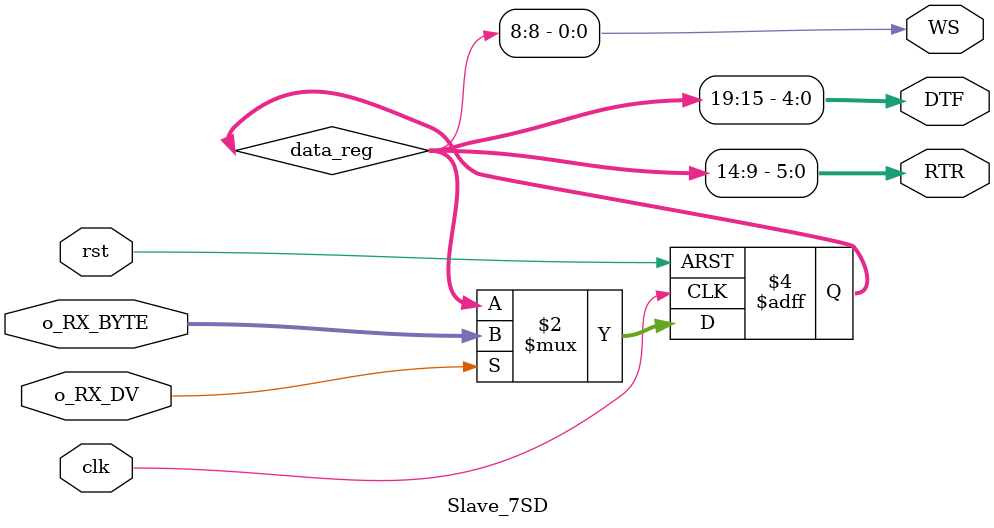
<source format=v>
`timescale 1ns / 1ps


module Slave_7SD(
input wire clk,rst,
input wire o_RX_DV,
input wire [19:0] o_RX_BYTE,
output wire WS,
output wire [4:0] DTF,
output  wire [5:0] RTR
    );
    reg [19:0] data_reg;
    always@(posedge clk, posedge rst)
    if(rst) data_reg <= 20'd0;
    else if(o_RX_DV) data_reg <= o_RX_BYTE;
    
    //Assegnamo a DTF, RTR, WS i valori corrispondenti in arrivo dall'SPI slave
    assign DTF = data_reg[19:15];
    assign RTR = data_reg[14:9];
    assign WS = data_reg[8];
    
endmodule

</source>
